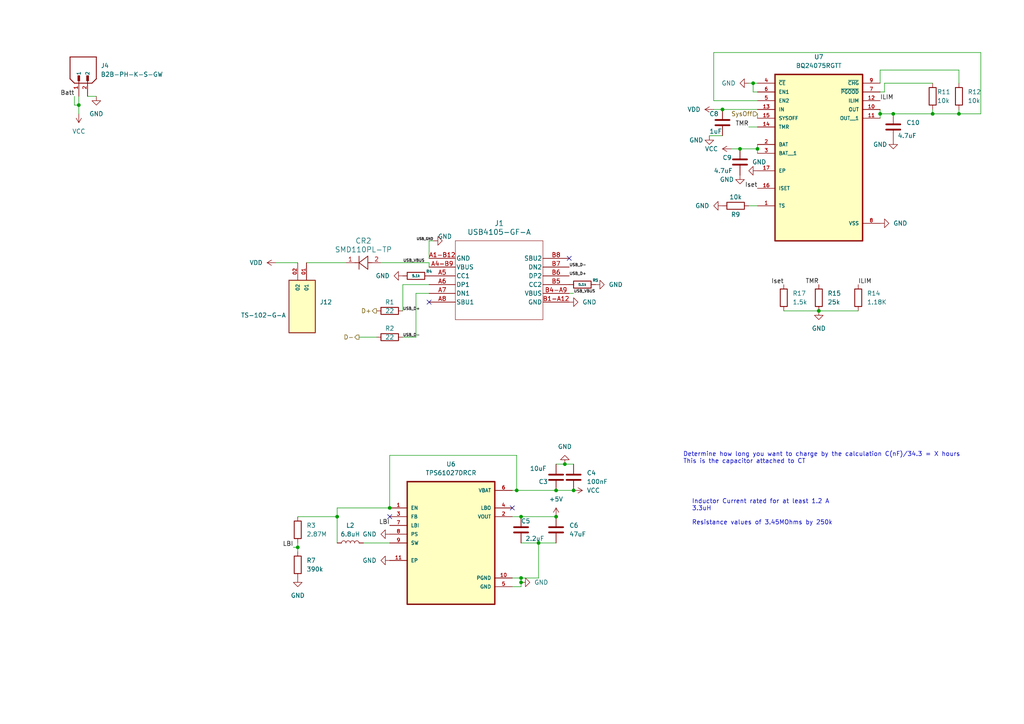
<source format=kicad_sch>
(kicad_sch (version 20231120) (generator "eeschema") (generator_version "8.0")
  (paper "A4")
  (lib_symbols
    (symbol "2024-05-13_21-06-25:USB4105-GF-A" (pin_names (offset 0.254))
      (property "Reference" "J" (at 20.32 10.16 0))
      (property "Value" "USB4105-GF-A" (at 20.32 7.62 0))
      (symbol "USB4105-GF-A_0_1"
        (polyline (pts (xy 7.62 -17.78) (xy 33.02 -17.78)) (stroke (width 0.127)))
        (polyline (pts (xy 7.62 5.08) (xy 7.62 -17.78)) (stroke (width 0.127)))
        (polyline (pts (xy 33.02 -17.78) (xy 33.02 5.08)) (stroke (width 0.127)))
        (polyline (pts (xy 33.02 5.08) (xy 7.62 5.08)) (stroke (width 0.127)))
        (pin power_out line (at 0 0 0) (length 7.62) (name "GND") (number "A1-B12"))
        (pin power_in line (at 0 -2.54 0) (length 7.62) (name "VBUS") (number "A4-B9"))
        (pin bidirectional line (at 0 -5.08 0) (length 7.62) (name "CC1") (number "A5"))
        (pin bidirectional line (at 0 -7.62 0) (length 7.62) (name "DP1") (number "A6"))
        (pin bidirectional line (at 0 -10.16 0) (length 7.62) (name "DN1") (number "A7"))
        (pin bidirectional line (at 0 -12.7 0) (length 7.62) (name "SBU1") (number "A8"))
        (pin power_out line (at 40.64 -12.7 180) (length 7.62) (name "GND") (number "B1-A12"))
        (pin power_in line (at 40.64 -10.16 180) (length 7.62) (name "VBUS") (number "B4-A9"))
        (pin bidirectional line (at 40.64 -7.62 180) (length 7.62) (name "CC2") (number "B5"))
        (pin bidirectional line (at 40.64 -5.08 180) (length 7.62) (name "DP2") (number "B6"))
        (pin bidirectional line (at 40.64 -2.54 180) (length 7.62) (name "DN2") (number "B7"))
        (pin bidirectional line (at 40.64 0 180) (length 7.62) (name "SBU2") (number "B8"))
      )
    )
    (symbol "2024-05-16_18-19-58:SMD110PL-TP" (pin_names (offset 0.254))
      (property "Reference" "CR" (at 5.08 4.445 0))
      (property "Value" "SMD110PL-TP" (at 5.08 -3.81 0))
      (symbol "SMD110PL-TP_1_1"
        (polyline (pts (xy 2.54 0) (xy 3.4798 0)) (stroke (width 0.2032)))
        (polyline (pts (xy 3.175 0) (xy 3.81 0)) (stroke (width 0.2032)))
        (polyline (pts (xy 3.81 -1.905) (xy 6.35 0)) (stroke (width 0.2032)))
        (polyline (pts (xy 3.81 1.905) (xy 3.81 -1.905)) (stroke (width 0.2032)))
        (polyline (pts (xy 6.35 -1.905) (xy 6.35 1.905)) (stroke (width 0.2032)))
        (polyline (pts (xy 6.35 0) (xy 3.81 1.905)) (stroke (width 0.2032)))
        (polyline (pts (xy 6.35 0) (xy 7.62 0)) (stroke (width 0.2032)))
        (pin unspecified line (at 10.16 0 180) (length 2.54) (name "") (number "1"))
        (pin unspecified line (at 0 0 0) (length 2.54) (name "") (number "2"))
      )
      (symbol "SMD110PL-TP_1_2"
        (polyline (pts (xy -1.905 3.81) (xy 1.905 3.81)) (stroke (width 0.2032)))
        (polyline (pts (xy 0 2.54) (xy 0 3.4798)) (stroke (width 0.2032)))
        (polyline (pts (xy 0 3.175) (xy 0 3.81)) (stroke (width 0.2032)))
        (polyline (pts (xy 0 6.35) (xy -1.905 3.81)) (stroke (width 0.2032)))
        (polyline (pts (xy 0 6.35) (xy 0 7.62)) (stroke (width 0.2032)))
        (polyline (pts (xy 1.905 3.81) (xy 0 6.35)) (stroke (width 0.2032)))
        (polyline (pts (xy 1.905 6.35) (xy -1.905 6.35)) (stroke (width 0.2032)))
        (pin unspecified line (at 0 10.16 270) (length 2.54) (name "") (number "1"))
        (pin unspecified line (at 0 0 90) (length 2.54) (name "") (number "2"))
      )
    )
    (symbol "B2B-XH-A:B2B-XH-A" (pin_names (offset 1.016))
      (property "Reference" "J" (at -2.54 6.35 0))
      (property "Value" "B2B-XH-A" (at -2.54 -5.08 0))
      (symbol "B2B-XH-A_0_0"
        (rectangle (start -3.175 -0.3175) (end -1.5875 0.3175) (stroke (width 0.1)) (fill (type outline)))
        (rectangle (start -3.175 2.2225) (end -1.5875 2.8575) (stroke (width 0.1)) (fill (type outline)))
        (polyline (pts (xy -3.81 -1.27) (xy -2.54 -2.54)) (stroke (width 0.254)))
        (polyline (pts (xy -3.81 3.81) (xy -3.81 -1.27)) (stroke (width 0.254)))
        (polyline (pts (xy -3.81 3.81) (xy -2.54 5.08)) (stroke (width 0.254)))
        (polyline (pts (xy -2.54 -2.54) (xy 3.81 -2.54)) (stroke (width 0.254)))
        (polyline (pts (xy 3.81 -2.54) (xy 3.81 5.08)) (stroke (width 0.254)))
        (polyline (pts (xy 3.81 5.08) (xy -2.54 5.08)) (stroke (width 0.254)))
        (pin passive line (at -7.62 2.54 0) (length 5.08) (name "1") (number "1"))
        (pin passive line (at -7.62 0 0) (length 5.08) (name "2") (number "2"))
      )
    )
    (symbol "BQ24075RGTT:BQ24075RGTT" (pin_names (offset 1.016))
      (property "Reference" "U" (at -12.7 23.86 0))
      (property "Value" "BQ24075RGTT" (at -12.7 -29.4 0))
      (symbol "BQ24075RGTT_0_0"
        (rectangle (start -12.7 -25.4) (end 12.7 22.86) (stroke (width 0.41)) (fill (type background)))
        (pin bidirectional line (at -17.78 -15.24 0) (length 5.08) (name "TS") (number "1"))
        (pin output line (at 17.78 12.7 180) (length 5.08) (name "OUT") (number "10"))
        (pin output line (at 17.78 10.16 180) (length 5.08) (name "OUT__1") (number "11"))
        (pin output line (at 17.78 15.24 180) (length 5.08) (name "ILIM") (number "12"))
        (pin input line (at -17.78 12.7 0) (length 5.08) (name "IN") (number "13"))
        (pin input line (at -17.78 7.62 0) (length 5.08) (name "TMR") (number "14"))
        (pin input line (at -17.78 10.16 0) (length 5.08) (name "SYSOFF") (number "15"))
        (pin bidirectional line (at -17.78 -10.16 0) (length 5.08) (name "ISET") (number "16"))
        (pin bidirectional line (at -17.78 -5.08 0) (length 5.08) (name "EP") (number "17"))
        (pin bidirectional line (at -17.78 2.54 0) (length 5.08) (name "BAT") (number "2"))
        (pin bidirectional line (at -17.78 0 0) (length 5.08) (name "BAT__1") (number "3"))
        (pin input line (at -17.78 20.32 0) (length 5.08) (name "~{CE}") (number "4"))
        (pin input line (at -17.78 15.24 0) (length 5.08) (name "EN2") (number "5"))
        (pin input line (at -17.78 17.78 0) (length 5.08) (name "EN1") (number "6"))
        (pin output line (at 17.78 17.78 180) (length 5.08) (name "~{PGOOD}") (number "7"))
        (pin power_in line (at 17.78 -20.32 180) (length 5.08) (name "VSS") (number "8"))
        (pin output line (at 17.78 20.32 180) (length 5.08) (name "~{CHG}") (number "9"))
      )
    )
    (symbol "Device:C" (pin_numbers hide) (pin_names (offset 0.254))
      (property "Reference" "C" (at 0.635 2.54 0))
      (property "Value" "C" (at 0.635 -2.54 0))
      (symbol "C_0_1"
        (polyline (pts (xy -2.032 -0.762) (xy 2.032 -0.762)) (stroke (width 0.508)))
        (polyline (pts (xy -2.032 0.762) (xy 2.032 0.762)) (stroke (width 0.508)))
      )
      (symbol "C_1_1"
        (pin passive line (at 0 3.81 270) (length 2.794) (name "~") (number "1"))
        (pin passive line (at 0 -3.81 90) (length 2.794) (name "~") (number "2"))
      )
    )
    (symbol "Device:L" (pin_numbers hide) (pin_names (offset 1.016) hide)
      (property "Reference" "L" (at -1.27 0 90))
      (property "Value" "L" (at 1.905 0 90))
      (symbol "L_0_1"
        (arc (start 0 -2.54) (mid 0.6323 -1.905) (end 0 -1.27))
        (arc (start 0 -1.27) (mid 0.6323 -0.635) (end 0 0))
        (arc (start 0 0) (mid 0.6323 0.635) (end 0 1.27))
        (arc (start 0 1.27) (mid 0.6323 1.905) (end 0 2.54))
      )
      (symbol "L_1_1"
        (pin passive line (at 0 3.81 270) (length 1.27) (name "1") (number "1"))
        (pin passive line (at 0 -3.81 90) (length 1.27) (name "2") (number "2"))
      )
    )
    (symbol "Device:R" (pin_numbers hide) (pin_names (offset 0))
      (property "Reference" "R" (at 2.032 0 90))
      (property "Value" "R" (at 0 0 90))
      (symbol "R_0_1"
        (rectangle (start -1.016 -2.54) (end 1.016 2.54) (stroke (width 0.254)))
      )
      (symbol "R_1_1"
        (pin passive line (at 0 3.81 270) (length 1.27) (name "~") (number "1"))
        (pin passive line (at 0 -3.81 90) (length 1.27) (name "~") (number "2"))
      )
    )
    (symbol "TPS61027DRCR:TPS61027DRCR" (pin_names (offset 1.016))
      (property "Reference" "U" (at -12.7 18.78 0))
      (property "Value" "TPS61027DRCR" (at -12.7 -21.78 0))
      (symbol "TPS61027DRCR_0_0"
        (rectangle (start -12.7 -17.78) (end 12.7 17.78) (stroke (width 0.41)) (fill (type background)))
        (pin input line (at -17.78 10.16 0) (length 5.08) (name "EN") (number "1"))
        (pin power_in line (at 17.78 -10.16 180) (length 5.08) (name "PGND") (number "10"))
        (pin bidirectional line (at -17.78 -5.08 0) (length 5.08) (name "EP") (number "11"))
        (pin output line (at 17.78 7.62 180) (length 5.08) (name "VOUT") (number "2"))
        (pin input line (at -17.78 7.62 0) (length 5.08) (name "FB") (number "3"))
        (pin output line (at 17.78 10.16 180) (length 5.08) (name "LBO") (number "4"))
        (pin power_in line (at 17.78 -12.7 180) (length 5.08) (name "GND") (number "5"))
        (pin power_in line (at 17.78 15.24 180) (length 5.08) (name "VBAT") (number "6"))
        (pin input line (at -17.78 5.08 0) (length 5.08) (name "LBI") (number "7"))
        (pin input line (at -17.78 2.54 0) (length 5.08) (name "PS") (number "8"))
        (pin input line (at -17.78 0 0) (length 5.08) (name "SW") (number "9"))
      )
    )
    (symbol "TS-102-G-A:TS-102-G-A" (pin_names (offset 1.016))
      (property "Reference" "J" (at -8.12 5.08 0))
      (property "Value" "TS-102-G-A" (at -7.62 -5.08 0))
      (symbol "TS-102-G-A_0_0"
        (rectangle (start -7.62 -2.54) (end 7.62 5.08) (stroke (width 0.254)) (fill (type background)))
        (pin passive line (at -12.7 2.54 0) (length 5.08) (name "01") (number "01"))
        (pin passive line (at -12.7 0 0) (length 5.08) (name "02") (number "02"))
      )
    )
    (symbol "power:+5V" (power) (pin_names (offset 0))
      (property "Value" "+5V" (at 0 3.556 0))
      (symbol "+5V_0_1"
        (polyline (pts (xy -0.762 1.27) (xy 0 2.54)))
        (polyline (pts (xy 0 0) (xy 0 2.54)))
        (polyline (pts (xy 0 2.54) (xy 0.762 1.27)))
      )
      (symbol "+5V_1_1"
        (pin power_in line (at 0 0 90) (length 0) hide (name "+5V") (number "1"))
      )
    )
    (symbol "power:GND" (power) (pin_names (offset 0))
      (property "Value" "GND" (at 0 -3.81 0))
      (symbol "GND_0_1"
        (polyline (pts (xy 0 0) (xy 0 -1.27) (xy 1.27 -1.27) (xy 0 -2.54) (xy -1.27 -1.27) (xy 0 -1.27)))
      )
      (symbol "GND_1_1"
        (pin power_in line (at 0 0 270) (length 0) hide (name "GND") (number "1"))
      )
    )
    (symbol "power:VCC" (power) (pin_names (offset 0))
      (property "Value" "VCC" (at 0 3.81 0))
      (symbol "VCC_0_1"
        (polyline (pts (xy -0.762 1.27) (xy 0 2.54)))
        (polyline (pts (xy 0 0) (xy 0 2.54)))
        (polyline (pts (xy 0 2.54) (xy 0.762 1.27)))
      )
      (symbol "VCC_1_1"
        (pin power_in line (at 0 0 90) (length 0) hide (name "VCC") (number "1"))
      )
    )
    (symbol "power:VDD" (power) (pin_names (offset 0))
      (property "Value" "VDD" (at 0 3.81 0))
      (symbol "VDD_0_1"
        (polyline (pts (xy -0.762 1.27) (xy 0 2.54)))
        (polyline (pts (xy 0 0) (xy 0 2.54)))
        (polyline (pts (xy 0 2.54) (xy 0.762 1.27)))
      )
      (symbol "VDD_1_1"
        (pin power_in line (at 0 0 90) (length 0) hide (name "VDD") (number "1"))
      )
    )
  )
  (junction (at 151.13 167.64))
  (junction (at 97.79 149.86))
  (junction (at 113.03 147.32))
  (junction (at 214.63 43.18))
  (junction (at 151.13 168.91))
  (junction (at 219.71 43.18))
  (junction (at 86.36 158.75))
  (junction (at 218.44 24.13))
  (junction (at 161.29 142.24))
  (junction (at 237.49 90.17))
  (junction (at 161.29 149.86))
  (junction (at 149.86 142.24))
  (junction (at 209.55 31.75))
  (junction (at 255.27 33.02))
  (junction (at 151.13 149.86))
  (junction (at 278.13 33.02))
  (junction (at 22.86 30.48))
  (junction (at 163.83 134.62))
  (junction (at 156.21 157.48))
  (junction (at 259.08 33.02))
  (junction (at 166.37 142.24))
  (junction (at 270.51 33.02))
  (no_connect (at 148.59 147.32))
  (no_connect (at 165.1 74.93))
  (no_connect (at 113.03 149.86))
  (no_connect (at 124.46 87.63))
  (wire (pts (xy 163.83 134.62) (xy 166.37 134.62)))
  (wire (pts (xy 22.86 33.02) (xy 22.86 30.48)))
  (wire (pts (xy 219.71 33.02) (xy 219.71 34.29)))
  (wire (pts (xy 255.27 33.02) (xy 255.27 34.29)))
  (wire (pts (xy 86.36 158.75) (xy 86.36 160.02)))
  (wire (pts (xy 27.94 27.94) (xy 25.4 27.94)))
  (wire (pts (xy 124.46 76.2) (xy 124.46 77.47)))
  (wire (pts (xy 116.84 82.55) (xy 116.84 90.17)))
  (wire (pts (xy 214.63 43.18) (xy 219.71 43.18)))
  (wire (pts (xy 97.79 149.86) (xy 97.79 147.32)))
  (wire (pts (xy 217.17 24.13) (xy 218.44 24.13)))
  (wire (pts (xy 237.49 90.17) (xy 248.92 90.17)))
  (wire (pts (xy 22.86 30.48) (xy 22.86 27.94)))
  (wire (pts (xy 151.13 167.64) (xy 151.13 168.91)))
  (wire (pts (xy 218.44 26.67) (xy 218.44 24.13)))
  (wire (pts (xy 105.41 157.48) (xy 113.03 157.48)))
  (wire (pts (xy 270.51 33.02) (xy 278.13 33.02)))
  (wire (pts (xy 124.46 85.09) (xy 120.65 85.09)))
  (wire (pts (xy 124.46 82.55) (xy 116.84 82.55)))
  (wire (pts (xy 156.21 157.48) (xy 161.29 157.48)))
  (wire (pts (xy 156.21 157.48) (xy 156.21 167.64)))
  (wire (pts (xy 278.13 31.75) (xy 278.13 33.02)))
  (wire (pts (xy 205.74 39.37) (xy 209.55 39.37)))
  (wire (pts (xy 161.29 142.24) (xy 166.37 142.24)))
  (wire (pts (xy 207.01 29.21) (xy 207.01 15.24)))
  (wire (pts (xy 219.71 41.91) (xy 219.71 43.18)))
  (wire (pts (xy 255.27 20.32) (xy 255.27 24.13)))
  (wire (pts (xy 212.09 43.18) (xy 214.63 43.18)))
  (wire (pts (xy 151.13 157.48) (xy 156.21 157.48)))
  (wire (pts (xy 284.48 33.02) (xy 278.13 33.02)))
  (wire (pts (xy 97.79 157.48) (xy 97.79 149.86)))
  (wire (pts (xy 255.27 33.02) (xy 259.08 33.02)))
  (wire (pts (xy 124.46 69.85) (xy 124.46 74.93)))
  (wire (pts (xy 227.33 90.17) (xy 237.49 90.17)))
  (wire (pts (xy 218.44 24.13) (xy 219.71 24.13)))
  (wire (pts (xy 116.84 97.79) (xy 120.65 97.79)))
  (wire (pts (xy 219.71 29.21) (xy 207.01 29.21)))
  (wire (pts (xy 256.54 26.67) (xy 255.27 26.67)))
  (wire (pts (xy 219.71 26.67) (xy 218.44 26.67)))
  (wire (pts (xy 284.48 15.24) (xy 284.48 33.02)))
  (wire (pts (xy 113.03 147.32) (xy 113.03 132.08)))
  (wire (pts (xy 148.59 170.18) (xy 151.13 170.18)))
  (wire (pts (xy 86.36 149.86) (xy 97.79 149.86)))
  (wire (pts (xy 217.17 59.69) (xy 219.71 59.69)))
  (wire (pts (xy 149.86 132.08) (xy 149.86 142.24)))
  (wire (pts (xy 166.37 85.09) (xy 165.1 85.09)))
  (wire (pts (xy 21.59 27.94) (xy 21.59 30.48)))
  (wire (pts (xy 256.54 24.13) (xy 270.51 24.13)))
  (wire (pts (xy 120.65 85.09) (xy 120.65 97.79)))
  (wire (pts (xy 255.27 20.32) (xy 278.13 20.32)))
  (wire (pts (xy 270.51 31.75) (xy 270.51 33.02)))
  (wire (pts (xy 104.14 97.79) (xy 109.22 97.79)))
  (wire (pts (xy 151.13 149.86) (xy 161.29 149.86)))
  (wire (pts (xy 80.01 76.2) (xy 86.36 76.2)))
  (wire (pts (xy 207.01 31.75) (xy 209.55 31.75)))
  (wire (pts (xy 88.9 76.2) (xy 100.33 76.2)))
  (wire (pts (xy 110.49 76.2) (xy 124.46 76.2)))
  (wire (pts (xy 255.27 31.75) (xy 255.27 33.02)))
  (wire (pts (xy 278.13 24.13) (xy 278.13 20.32)))
  (wire (pts (xy 149.86 142.24) (xy 161.29 142.24)))
  (wire (pts (xy 97.79 147.32) (xy 113.03 147.32)))
  (wire (pts (xy 125.73 69.85) (xy 124.46 69.85)))
  (wire (pts (xy 151.13 170.18) (xy 151.13 168.91)))
  (wire (pts (xy 148.59 167.64) (xy 151.13 167.64)))
  (wire (pts (xy 156.21 167.64) (xy 151.13 167.64)))
  (wire (pts (xy 209.55 31.75) (xy 219.71 31.75)))
  (wire (pts (xy 219.71 43.18) (xy 219.71 44.45)))
  (wire (pts (xy 148.59 149.86) (xy 151.13 149.86)))
  (wire (pts (xy 21.59 30.48) (xy 22.86 30.48)))
  (wire (pts (xy 85.09 158.75) (xy 86.36 158.75)))
  (wire (pts (xy 207.01 15.24) (xy 284.48 15.24)))
  (wire (pts (xy 113.03 132.08) (xy 149.86 132.08)))
  (wire (pts (xy 148.59 142.24) (xy 149.86 142.24)))
  (wire (pts (xy 259.08 33.02) (xy 270.51 33.02)))
  (wire (pts (xy 86.36 157.48) (xy 86.36 158.75)))
  (wire (pts (xy 217.17 36.83) (xy 219.71 36.83)))
  (wire (pts (xy 256.54 24.13) (xy 256.54 26.67)))
  (wire (pts (xy 161.29 134.62) (xy 163.83 134.62)))
  (text "Inductor Current rated for at least 1.2 A\n3.3uH\n\nResistance values of 3.45MOhms by 250k" (at 200.66 152.4 0) (effects (font (size 1.27 1.27)) (justify left bottom)))
  (text "Determine how long you want to charge by the calculation C(nF)/34.3 = X hours\nThis is the capacitor attached to CT" (at 198.12 134.62 0) (effects (font (size 1.27 1.27)) (justify left bottom)))
  (label "USB_D+" (at 116.84 90.17 0) (effects (font (size 0.8 0.8))))
  (label "USB_GND" (at 125.73 69.85 180) (effects (font (size 0.7 0.7))))
  (label "ILIM" (at 255.27 29.21 0))
  (label "Batt" (at 21.59 27.94 180))
  (label "LBI" (at 113.03 152.4 180))
  (label "USB_D-" (at 116.84 97.79 0) (effects (font (size 0.8 0.8))))
  (label "USB_VBUS" (at 166.37 85.09 0) (effects (font (size 0.8 0.8))))
  (label "USB_D+" (at 165.1 80.01 0) (effects (font (size 0.8 0.8))))
  (label "TMR" (at 217.17 36.83 180))
  (label "USB_VBUS" (at 123.19 76.2 180) (effects (font (size 0.8 0.8))))
  (label "LBI" (at 85.09 158.75 180))
  (label "Iset" (at 219.71 54.61 180))
  (label "TMR" (at 237.49 82.55 180))
  (label "Iset" (at 227.33 82.55 180))
  (label "ILIM" (at 248.92 82.55 0))
  (label "USB_D-" (at 165.1 77.47 0) (effects (font (size 0.8 0.8))))
  (hierarchical_label "SysOff" (shape input) (at 219.71 33.02 180))
  (hierarchical_label "D-" (shape output) (at 104.14 97.79 180))
  (hierarchical_label "D+" (shape output) (at 109.22 90.17 180))
  (symbol (lib_id "Device:L") (at 101.6 157.48 90) (unit 1)
    (property "Reference" "L2" (at 101.6 152.4 90))
    (property "Value" "6.8uH" (at 101.6 154.94 90))
    (property "Footprint" "revparts3:CDRH5D28RHP" (effects (hide yes)))
  )
  (symbol (lib_id "Device:C") (at 151.13 153.67 0) (unit 1)
    (property "Reference" "C5" (at 151.13 151.13 0) (effects (justify left)))
    (property "Value" "2.2uF" (at 152.4 156.21 0) (effects (justify left)))
    (property "Footprint" "Capacitor_SMD:C_0402_1005Metric" (effects (hide yes)))
  )
  (symbol (lib_id "power:GND") (at 125.73 69.85 90) (unit 1)
    (property "Reference" "#PWR0125" (effects (hide yes)))
    (property "Value" "GND" (at 127 68.58 90) (effects (justify right)))
  )
  (symbol (lib_id "power:VCC") (at 212.09 43.18 90) (unit 1)
    (property "Reference" "#PWR046" (effects (hide yes)))
    (property "Value" "VCC" (at 208.28 43.18 90) (effects (justify left)))
  )
  (symbol (lib_id "Device:R") (at 278.13 27.94 0) (unit 1)
    (property "Reference" "R12" (at 280.67 26.67 0) (effects (justify left)))
    (property "Value" "10k" (at 280.67 29.21 0) (effects (justify left)))
    (property "Footprint" "Resistor_SMD:R_0402_1005Metric" (effects (hide yes)))
  )
  (symbol (lib_id "2024-05-16_18-19-58:SMD110PL-TP") (at 110.49 76.2 180) (unit 1)
    (property "Reference" "CR2" (at 105.41 69.85 0) (effects (font (size 1.524 1.524))))
    (property "Value" "SMD110PL-TP" (at 105.41 72.39 0) (effects (font (size 1.524 1.524))))
    (property "Footprint" "smd110:SOD-123FL_MCC" (effects (hide yes)))
    (property "Datasheet" "SMD110PL-TP" (effects (hide yes)))
  )
  (symbol (lib_id "B2B-XH-A:B2B-XH-A") (at 25.4 20.32 90) (unit 1)
    (property "Reference" "J4" (at 29.21 19.05 90) (effects (justify right)))
    (property "Value" "B2B-PH-K-S-GW" (at 29.21 21.59 90) (effects (justify right)))
    (property "Footprint" "revparts2:JST_B2B-XH-A" (effects (hide yes)))
    (property "PARTREV" "N/A" (effects (hide yes)))
    (property "STANDARD" "Manufacturer Recommendations" (effects (hide yes)))
    (property "MAXIMUM_PACKAGE_HEIGHT" "7 mm" (effects (hide yes)))
    (property "MANUFACTURER" "JST Sales America Inc." (effects (hide yes)))
  )
  (symbol (lib_id "power:GND") (at 217.17 24.13 270) (unit 1)
    (property "Reference" "#PWR059" (effects (hide yes)))
    (property "Value" "GND" (at 213.36 24.13 90) (effects (justify right)))
  )
  (symbol (lib_id "Device:R") (at 113.03 90.17 90) (unit 1)
    (property "Reference" "R1" (at 113.03 87.63 90))
    (property "Value" "22" (at 113.03 90.17 90))
    (property "Footprint" "Resistor_SMD:R_0402_1005Metric" (effects (hide yes)))
  )
  (symbol (lib_id "power:GND") (at 151.13 168.91 90) (unit 1)
    (property "Reference" "#PWR026" (effects (hide yes)))
    (property "Value" "GND" (at 154.94 168.91 90) (effects (justify right)))
  )
  (symbol (lib_id "TPS61027DRCR:TPS61027DRCR") (at 130.81 157.48 0) (unit 1)
    (property "Reference" "U6" (at 130.81 134.62 0))
    (property "Value" "TPS61027DRCR" (at 130.81 137.16 0))
    (property "Footprint" "revparts2:VREG_V62_16624-01YE" (effects (hide yes)))
  )
  (symbol (lib_id "TS-102-G-A:TS-102-G-A") (at 86.36 88.9 270) (unit 1)
    (property "Reference" "J12" (at 92.71 87.63 90) (effects (justify left)))
    (property "Value" "TS-102-G-A" (at 69.85 91.44 90) (effects (justify left)))
    (property "Footprint" "TS_102_G_A:SAMTEC_TS-102-G-A" (effects (hide yes)))
    (property "PARTREV" "R" (effects (hide yes)))
    (property "STANDARD" "Manufacturer Recommendations" (effects (hide yes)))
    (property "MANUFACTURER" "Samtec Inc." (effects (hide yes)))
  )
  (symbol (lib_id "power:+5V") (at 161.29 149.86 0) (unit 1)
    (property "Reference" "#PWR030" (effects (hide yes)))
    (property "Value" "+5V" (at 161.29 144.78 0))
  )
  (symbol (lib_id "power:GND") (at 255.27 64.77 90) (unit 1)
    (property "Reference" "#PWR043" (effects (hide yes)))
    (property "Value" "GND" (at 259.08 64.77 90) (effects (justify right)))
  )
  (symbol (lib_id "power:GND") (at 205.74 39.37 0) (unit 1)
    (property "Reference" "#PWR045" (effects (hide yes)))
    (property "Value" "GND" (at 201.93 40.64 0))
  )
  (symbol (lib_id "Device:R") (at 213.36 59.69 90) (unit 1)
    (property "Reference" "R9" (at 213.36 62.23 90))
    (property "Value" "10k" (at 213.36 57.15 90))
    (property "Footprint" "Resistor_SMD:R_0402_1005Metric" (effects (hide yes)))
  )
  (symbol (lib_id "power:GND") (at 27.94 27.94 0) (unit 1)
    (property "Reference" "#PWR0112" (effects (hide yes)))
    (property "Value" "GND" (at 27.94 33.02 0))
  )
  (symbol (lib_id "power:GND") (at 113.03 162.56 270) (unit 1)
    (property "Reference" "#PWR035" (effects (hide yes)))
    (property "Value" "GND" (at 109.22 162.56 90) (effects (justify right)))
  )
  (symbol (lib_id "power:GND") (at 259.08 40.64 0) (unit 1)
    (property "Reference" "#PWR049" (effects (hide yes)))
    (property "Value" "GND" (at 255.27 41.91 0))
  )
  (symbol (lib_id "Device:R") (at 120.65 80.01 270) (unit 1)
    (property "Reference" "R4" (at 124.46 78.74 90) (effects (font (size 0.8 0.8))))
    (property "Value" "5.1k" (at 120.65 80.01 90) (effects (font (size 0.7 0.7))))
    (property "Footprint" "Resistor_SMD:R_0603_1608Metric" (effects (hide yes)))
  )
  (symbol (lib_id "Device:R") (at 248.92 86.36 0) (unit 1)
    (property "Reference" "R14" (at 251.46 85.09 0) (effects (justify left)))
    (property "Value" "1.18K" (at 251.46 87.63 0) (effects (justify left)))
    (property "Footprint" "Resistor_SMD:R_0402_1005Metric" (effects (hide yes)))
  )
  (symbol (lib_id "power:GND") (at 86.36 167.64 0) (unit 1)
    (property "Reference" "#PWR041" (effects (hide yes)))
    (property "Value" "GND" (at 86.36 172.72 0))
  )
  (symbol (lib_id "power:GND") (at 214.63 50.8 0) (unit 1)
    (property "Reference" "#PWR047" (effects (hide yes)))
    (property "Value" "GND" (at 210.82 52.07 0))
  )
  (symbol (lib_id "power:GND") (at 219.71 49.53 270) (unit 1)
    (property "Reference" "#PWR038" (effects (hide yes)))
    (property "Value" "GND" (at 222.25 46.99 90) (effects (justify right)))
  )
  (symbol (lib_id "Device:R") (at 237.49 86.36 0) (unit 1)
    (property "Reference" "R15" (at 240.03 85.09 0) (effects (justify left)))
    (property "Value" "25k" (at 240.03 87.63 0) (effects (justify left)))
    (property "Footprint" "Resistor_SMD:R_0805_2012Metric" (effects (hide yes)))
  )
  (symbol (lib_id "power:GND") (at 209.55 59.69 270) (unit 1)
    (property "Reference" "#PWR050" (effects (hide yes)))
    (property "Value" "GND" (at 205.74 59.69 90) (effects (justify right)))
  )
  (symbol (lib_id "Device:C") (at 161.29 138.43 180) (unit 1)
    (property "Reference" "C3" (at 156.21 139.7 0) (effects (justify right)))
    (property "Value" "10uF" (at 153.67 135.89 0) (effects (justify right)))
    (property "Footprint" "Capacitor_SMD:C_0805_2012Metric" (effects (hide yes)))
  )
  (symbol (lib_id "Device:C") (at 166.37 138.43 180) (unit 1)
    (property "Reference" "C4" (at 170.18 137.16 0) (effects (justify right)))
    (property "Value" "100nF" (at 170.18 139.7 0) (effects (justify right)))
    (property "Footprint" "Capacitor_SMD:C_0402_1005Metric" (effects (hide yes)))
  )
  (symbol (lib_id "Device:R") (at 227.33 86.36 0) (unit 1)
    (property "Reference" "R17" (at 229.87 85.09 0) (effects (justify left)))
    (property "Value" "1.5k" (at 229.87 87.63 0) (effects (justify left)))
    (property "Footprint" "Resistor_SMD:R_0402_1005Metric" (effects (hide yes)))
  )
  (symbol (lib_id "power:GND") (at 116.84 80.01 270) (unit 1)
    (property "Reference" "#PWR06" (effects (hide yes)))
    (property "Value" "GND" (at 113.03 80.01 90) (effects (justify right)))
  )
  (symbol (lib_id "power:GND") (at 165.1 87.63 90) (unit 1)
    (property "Reference" "#PWR0114" (effects (hide yes)))
    (property "Value" "GND" (at 168.91 87.63 90) (effects (justify right)))
  )
  (symbol (lib_id "power:VCC") (at 166.37 142.24 270) (unit 1)
    (property "Reference" "#PWR028" (effects (hide yes)))
    (property "Value" "VCC" (at 170.18 142.24 90) (effects (justify left)))
  )
  (symbol (lib_id "power:VCC") (at 22.86 33.02 180) (unit 1)
    (property "Reference" "#PWR0113" (effects (hide yes)))
    (property "Value" "VCC" (at 22.86 38.1 0))
  )
  (symbol (lib_id "power:VDD") (at 80.01 76.2 90) (unit 1)
    (property "Reference" "#PWR0109" (effects (hide yes)))
    (property "Value" "VDD" (at 76.2 76.2 90) (effects (justify left)))
  )
  (symbol (lib_id "Device:R") (at 270.51 27.94 0) (unit 1)
    (property "Reference" "R11" (at 271.78 26.67 0) (effects (justify left)))
    (property "Value" "10k" (at 271.78 29.21 0) (effects (justify left)))
    (property "Footprint" "Resistor_SMD:R_0402_1005Metric" (effects (hide yes)))
  )
  (symbol (lib_id "2024-05-13_21-06-25:USB4105-GF-A") (at 124.46 74.93 0) (unit 1)
    (property "Reference" "J1" (at 144.78 64.77 0) (effects (font (size 1.524 1.524))))
    (property "Value" "USB4105-GF-A" (at 144.78 67.31 0) (effects (font (size 1.524 1.524))))
    (property "Footprint" "revparts2:GCT_USB4105-GF-A" (effects (hide yes)))
    (property "Datasheet" "USB4105-GF-A" (effects (hide yes)))
  )
  (symbol (lib_id "power:GND") (at 113.03 154.94 270) (unit 1)
    (property "Reference" "#PWR027" (effects (hide yes)))
    (property "Value" "GND" (at 109.22 154.94 90) (effects (justify right)))
  )
  (symbol (lib_id "power:GND") (at 172.72 82.55 90) (unit 1)
    (property "Reference" "#PWR0124" (effects (hide yes)))
    (property "Value" "GND" (at 176.53 82.55 90) (effects (justify right)))
  )
  (symbol (lib_id "Device:C") (at 209.55 35.56 0) (unit 1)
    (property "Reference" "C8" (at 205.74 33.02 0) (effects (justify left)))
    (property "Value" "1uF" (at 205.74 38.1 0) (effects (justify left)))
    (property "Footprint" "Capacitor_SMD:C_0402_1005Metric" (effects (hide yes)))
  )
  (symbol (lib_id "power:GND") (at 163.83 134.62 180) (unit 1)
    (property "Reference" "#PWR029" (effects (hide yes)))
    (property "Value" "GND" (at 163.83 129.54 0))
  )
  (symbol (lib_id "Device:R") (at 113.03 97.79 90) (unit 1)
    (property "Reference" "R2" (at 113.03 95.25 90))
    (property "Value" "22" (at 113.03 97.79 90))
    (property "Footprint" "Resistor_SMD:R_0402_1005Metric" (effects (hide yes)))
  )
  (symbol (lib_id "Device:C") (at 214.63 46.99 0) (unit 1)
    (property "Reference" "C9" (at 209.55 45.72 0) (effects (justify left)))
    (property "Value" "4.7uF" (at 207.01 49.53 0) (effects (justify left)))
    (property "Footprint" "Capacitor_SMD:C_0402_1005Metric" (effects (hide yes)))
  )
  (symbol (lib_id "power:VDD") (at 207.01 31.75 90) (unit 1)
    (property "Reference" "#PWR044" (effects (hide yes)))
    (property "Value" "VDD" (at 203.2 31.75 90) (effects (justify left)))
  )
  (symbol (lib_id "Device:R") (at 86.36 153.67 0) (unit 1)
    (property "Reference" "R3" (at 88.9 152.4 0) (effects (justify left)))
    (property "Value" "2.87M" (at 88.9 154.94 0) (effects (justify left)))
    (property "Footprint" "Resistor_SMD:R_0805_2012Metric" (effects (hide yes)))
  )
  (symbol (lib_id "Device:C") (at 259.08 36.83 0) (unit 1)
    (property "Reference" "C10" (at 262.89 35.56 0) (effects (justify left)))
    (property "Value" "4.7uF" (at 260.35 39.37 0) (effects (justify left)))
    (property "Footprint" "Capacitor_SMD:C_0402_1005Metric" (effects (hide yes)))
  )
  (symbol (lib_id "Device:R") (at 86.36 163.83 0) (unit 1)
    (property "Reference" "R7" (at 88.9 162.56 0) (effects (justify left)))
    (property "Value" "390k" (at 88.9 165.1 0) (effects (justify left)))
    (property "Footprint" "Resistor_SMD:R_0805_2012Metric" (effects (hide yes)))
  )
  (symbol (lib_id "power:GND") (at 237.49 90.17 0) (unit 1)
    (property "Reference" "#PWR051" (effects (hide yes)))
    (property "Value" "GND" (at 237.49 95.25 0))
  )
  (symbol (lib_id "Device:R") (at 168.91 82.55 270) (unit 1)
    (property "Reference" "R5" (at 172.72 81.28 90) (effects (font (size 0.8 0.8))))
    (property "Value" "5.1k" (at 168.91 82.55 90) (effects (font (size 0.7 0.7))))
    (property "Footprint" "Resistor_SMD:R_0603_1608Metric" (effects (hide yes)))
  )
  (symbol (lib_id "BQ24075RGTT:BQ24075RGTT") (at 237.49 44.45 0) (unit 1)
    (property "Reference" "U7" (at 237.49 16.51 0))
    (property "Value" "BQ24075RGTT" (at 237.49 19.05 0))
    (property "Footprint" "revparts2:QFN50P300X300X100-17N" (effects (hide yes)))
  )
  (symbol (lib_id "Device:C") (at 161.29 153.67 0) (unit 1)
    (property "Reference" "C6" (at 165.1 152.4 0) (effects (justify left)))
    (property "Value" "47uF" (at 165.1 154.94 0) (effects (justify left)))
    (property "Footprint" "Capacitor_SMD:C_0805_2012Metric" (effects (hide yes)))
  )
)
</source>
